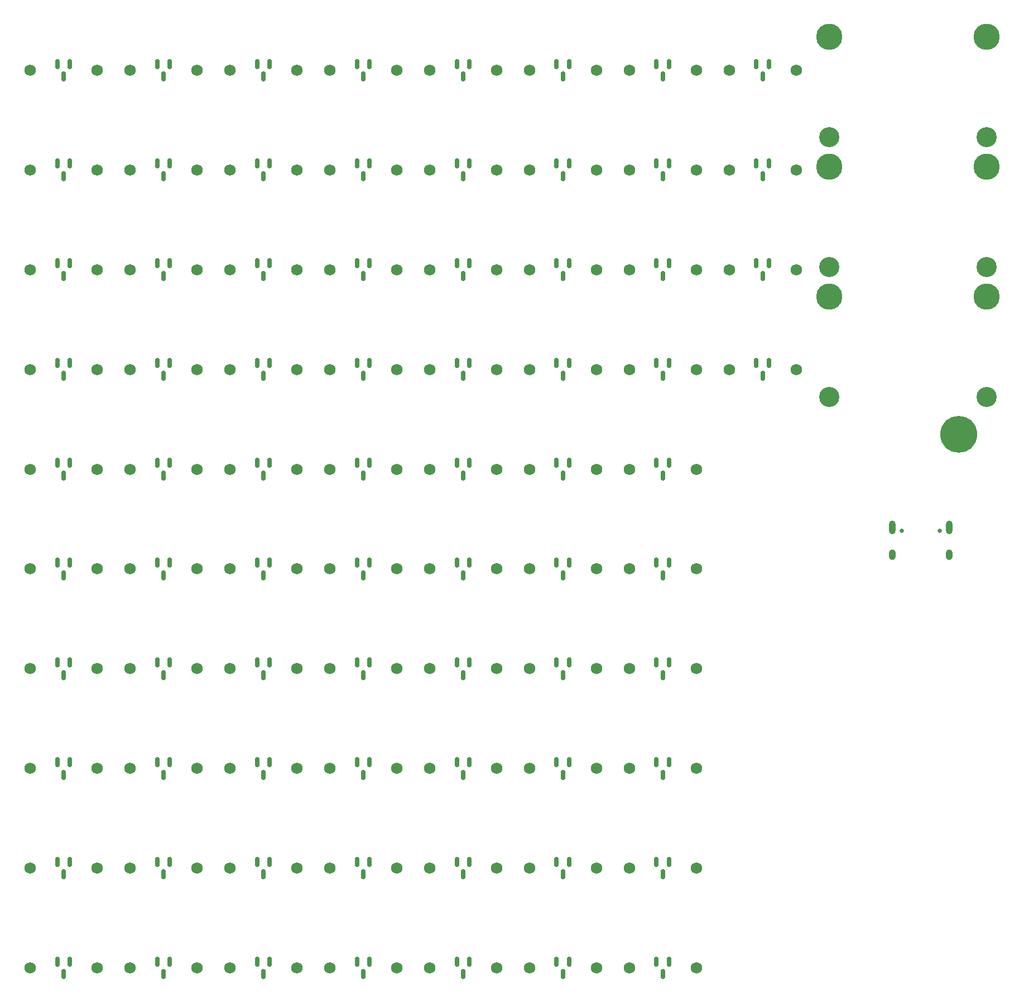
<source format=gbr>
%TF.GenerationSoftware,KiCad,Pcbnew,8.0.7*%
%TF.CreationDate,2024-12-29T17:24:51-05:00*%
%TF.ProjectId,HE75,48453735-2e6b-4696-9361-645f70636258,2.0.0*%
%TF.SameCoordinates,Original*%
%TF.FileFunction,Soldermask,Bot*%
%TF.FilePolarity,Negative*%
%FSLAX46Y46*%
G04 Gerber Fmt 4.6, Leading zero omitted, Abs format (unit mm)*
G04 Created by KiCad (PCBNEW 8.0.7) date 2024-12-29 17:24:51*
%MOMM*%
%LPD*%
G01*
G04 APERTURE LIST*
G04 Aperture macros list*
%AMRoundRect*
0 Rectangle with rounded corners*
0 $1 Rounding radius*
0 $2 $3 $4 $5 $6 $7 $8 $9 X,Y pos of 4 corners*
0 Add a 4 corners polygon primitive as box body*
4,1,4,$2,$3,$4,$5,$6,$7,$8,$9,$2,$3,0*
0 Add four circle primitives for the rounded corners*
1,1,$1+$1,$2,$3*
1,1,$1+$1,$4,$5*
1,1,$1+$1,$6,$7*
1,1,$1+$1,$8,$9*
0 Add four rect primitives between the rounded corners*
20,1,$1+$1,$2,$3,$4,$5,0*
20,1,$1+$1,$4,$5,$6,$7,0*
20,1,$1+$1,$6,$7,$8,$9,0*
20,1,$1+$1,$8,$9,$2,$3,0*%
G04 Aperture macros list end*
%ADD10C,1.750000*%
%ADD11RoundRect,0.150000X0.150000X-0.587500X0.150000X0.587500X-0.150000X0.587500X-0.150000X-0.587500X0*%
%ADD12C,3.987800*%
%ADD13C,3.048000*%
%ADD14C,0.650000*%
%ADD15O,1.000000X2.100000*%
%ADD16O,1.000000X1.600000*%
%ADD17C,3.600000*%
%ADD18C,5.600000*%
G04 APERTURE END LIST*
D10*
%TO.C,U82*%
X126212446Y112314971D03*
X136372446Y112314971D03*
D11*
X130342446Y113264971D03*
X131292446Y111364971D03*
X132242446Y113264971D03*
%TD*%
D10*
%TO.C,U81*%
X126212446Y127464971D03*
X136372446Y127464971D03*
D11*
X130342446Y128414971D03*
X131292446Y126514971D03*
X132242446Y128414971D03*
%TD*%
D10*
%TO.C,U80*%
X126212446Y142614971D03*
X136372446Y142614971D03*
D11*
X130342446Y143564971D03*
X131292446Y141664971D03*
X132242446Y143564971D03*
%TD*%
D10*
%TO.C,U79*%
X126212446Y157764971D03*
X136372446Y157764971D03*
D11*
X130342446Y158714971D03*
X131292446Y156814971D03*
X132242446Y158714971D03*
%TD*%
D10*
%TO.C,U78*%
X111062446Y21414971D03*
X121222446Y21414971D03*
D11*
X115192446Y22364971D03*
X116142446Y20464971D03*
X117092446Y22364971D03*
%TD*%
D10*
%TO.C,U77*%
X111062446Y36564971D03*
X121222446Y36564971D03*
D11*
X115192446Y37514971D03*
X116142446Y35614971D03*
X117092446Y37514971D03*
%TD*%
D10*
%TO.C,U76*%
X111062446Y51714971D03*
X121222446Y51714971D03*
D11*
X115192446Y52664971D03*
X116142446Y50764971D03*
X117092446Y52664971D03*
%TD*%
D10*
%TO.C,U75*%
X111062446Y66864971D03*
X121222446Y66864971D03*
D11*
X115192446Y67814971D03*
X116142446Y65914971D03*
X117092446Y67814971D03*
%TD*%
D10*
%TO.C,U74*%
X111062446Y82014971D03*
X121222446Y82014971D03*
D11*
X115192446Y82964971D03*
X116142446Y81064971D03*
X117092446Y82964971D03*
%TD*%
D10*
%TO.C,U73*%
X111062446Y97164971D03*
X121222446Y97164971D03*
D11*
X115192446Y98114971D03*
X116142446Y96214971D03*
X117092446Y98114971D03*
%TD*%
D10*
%TO.C,U72*%
X111062446Y112314971D03*
X121222446Y112314971D03*
D11*
X115192446Y113264971D03*
X116142446Y111364971D03*
X117092446Y113264971D03*
%TD*%
D10*
%TO.C,U71*%
X111062446Y127464971D03*
X121222446Y127464971D03*
D11*
X115192446Y128414971D03*
X116142446Y126514971D03*
X117092446Y128414971D03*
%TD*%
D10*
%TO.C,U70*%
X111062446Y142614971D03*
X121222446Y142614971D03*
D11*
X115192446Y143564971D03*
X116142446Y141664971D03*
X117092446Y143564971D03*
%TD*%
D10*
%TO.C,U69*%
X111062446Y157764971D03*
X121222446Y157764971D03*
D11*
X115192446Y158714971D03*
X116142446Y156814971D03*
X117092446Y158714971D03*
%TD*%
D10*
%TO.C,U68*%
X95912446Y21414971D03*
X106072446Y21414971D03*
D11*
X100042446Y22364971D03*
X100992446Y20464971D03*
X101942446Y22364971D03*
%TD*%
D10*
%TO.C,U67*%
X95912446Y36564971D03*
X106072446Y36564971D03*
D11*
X100042446Y37514971D03*
X100992446Y35614971D03*
X101942446Y37514971D03*
%TD*%
D10*
%TO.C,U66*%
X95912446Y51714971D03*
X106072446Y51714971D03*
D11*
X100042446Y52664971D03*
X100992446Y50764971D03*
X101942446Y52664971D03*
%TD*%
D10*
%TO.C,U65*%
X95912446Y66864971D03*
X106072446Y66864971D03*
D11*
X100042446Y67814971D03*
X100992446Y65914971D03*
X101942446Y67814971D03*
%TD*%
D10*
%TO.C,U64*%
X95912446Y82014971D03*
X106072446Y82014971D03*
D11*
X100042446Y82964971D03*
X100992446Y81064971D03*
X101942446Y82964971D03*
%TD*%
D10*
%TO.C,U63*%
X95912446Y97164971D03*
X106072446Y97164971D03*
D11*
X100042446Y98114971D03*
X100992446Y96214971D03*
X101942446Y98114971D03*
%TD*%
D10*
%TO.C,U62*%
X95912446Y112314971D03*
X106072446Y112314971D03*
D11*
X100042446Y113264971D03*
X100992446Y111364971D03*
X101942446Y113264971D03*
%TD*%
D10*
%TO.C,U61*%
X95912446Y127464971D03*
X106072446Y127464971D03*
D11*
X100042446Y128414971D03*
X100992446Y126514971D03*
X101942446Y128414971D03*
%TD*%
D10*
%TO.C,U60*%
X95912446Y142614971D03*
X106072446Y142614971D03*
D11*
X100042446Y143564971D03*
X100992446Y141664971D03*
X101942446Y143564971D03*
%TD*%
D10*
%TO.C,U59*%
X95912446Y157764971D03*
X106072446Y157764971D03*
D11*
X100042446Y158714971D03*
X100992446Y156814971D03*
X101942446Y158714971D03*
%TD*%
D10*
%TO.C,U58*%
X80762446Y21414971D03*
X90922446Y21414971D03*
D11*
X84892446Y22364971D03*
X85842446Y20464971D03*
X86792446Y22364971D03*
%TD*%
D10*
%TO.C,U57*%
X80762446Y36564971D03*
X90922446Y36564971D03*
D11*
X84892446Y37514971D03*
X85842446Y35614971D03*
X86792446Y37514971D03*
%TD*%
D10*
%TO.C,U56*%
X80762446Y51714971D03*
X90922446Y51714971D03*
D11*
X84892446Y52664971D03*
X85842446Y50764971D03*
X86792446Y52664971D03*
%TD*%
D10*
%TO.C,U55*%
X80762446Y66864971D03*
X90922446Y66864971D03*
D11*
X84892446Y67814971D03*
X85842446Y65914971D03*
X86792446Y67814971D03*
%TD*%
D10*
%TO.C,U54*%
X80762446Y82014971D03*
X90922446Y82014971D03*
D11*
X84892446Y82964971D03*
X85842446Y81064971D03*
X86792446Y82964971D03*
%TD*%
D10*
%TO.C,U53*%
X80762446Y97164971D03*
X90922446Y97164971D03*
D11*
X84892446Y98114971D03*
X85842446Y96214971D03*
X86792446Y98114971D03*
%TD*%
D10*
%TO.C,U52*%
X80762446Y112314971D03*
X90922446Y112314971D03*
D11*
X84892446Y113264971D03*
X85842446Y111364971D03*
X86792446Y113264971D03*
%TD*%
D10*
%TO.C,U51*%
X80762446Y127464971D03*
X90922446Y127464971D03*
D11*
X84892446Y128414971D03*
X85842446Y126514971D03*
X86792446Y128414971D03*
%TD*%
D10*
%TO.C,U50*%
X80762446Y142614971D03*
X90922446Y142614971D03*
D11*
X84892446Y143564971D03*
X85842446Y141664971D03*
X86792446Y143564971D03*
%TD*%
D10*
%TO.C,U49*%
X80762446Y157764971D03*
X90922446Y157764971D03*
D11*
X84892446Y158714971D03*
X85842446Y156814971D03*
X86792446Y158714971D03*
%TD*%
D10*
%TO.C,U48*%
X65612446Y21414971D03*
X75772446Y21414971D03*
D11*
X69742446Y22364971D03*
X70692446Y20464971D03*
X71642446Y22364971D03*
%TD*%
D10*
%TO.C,U47*%
X65612446Y36564971D03*
X75772446Y36564971D03*
D11*
X69742446Y37514971D03*
X70692446Y35614971D03*
X71642446Y37514971D03*
%TD*%
D10*
%TO.C,U46*%
X65612446Y51714971D03*
X75772446Y51714971D03*
D11*
X69742446Y52664971D03*
X70692446Y50764971D03*
X71642446Y52664971D03*
%TD*%
D10*
%TO.C,U45*%
X65612446Y66864971D03*
X75772446Y66864971D03*
D11*
X69742446Y67814971D03*
X70692446Y65914971D03*
X71642446Y67814971D03*
%TD*%
D10*
%TO.C,U44*%
X65612446Y82014971D03*
X75772446Y82014971D03*
D11*
X69742446Y82964971D03*
X70692446Y81064971D03*
X71642446Y82964971D03*
%TD*%
D10*
%TO.C,U43*%
X65612446Y97164971D03*
X75772446Y97164971D03*
D11*
X69742446Y98114971D03*
X70692446Y96214971D03*
X71642446Y98114971D03*
%TD*%
D10*
%TO.C,U42*%
X65612446Y112314971D03*
X75772446Y112314971D03*
D11*
X69742446Y113264971D03*
X70692446Y111364971D03*
X71642446Y113264971D03*
%TD*%
D10*
%TO.C,U41*%
X65612446Y127464971D03*
X75772446Y127464971D03*
D11*
X69742446Y128414971D03*
X70692446Y126514971D03*
X71642446Y128414971D03*
%TD*%
D10*
%TO.C,U40*%
X65612446Y142614971D03*
X75772446Y142614971D03*
D11*
X69742446Y143564971D03*
X70692446Y141664971D03*
X71642446Y143564971D03*
%TD*%
D10*
%TO.C,U39*%
X65612446Y157764971D03*
X75772446Y157764971D03*
D11*
X69742446Y158714971D03*
X70692446Y156814971D03*
X71642446Y158714971D03*
%TD*%
D10*
%TO.C,U38*%
X50462446Y21414971D03*
X60622446Y21414971D03*
D11*
X54592446Y22364971D03*
X55542446Y20464971D03*
X56492446Y22364971D03*
%TD*%
D10*
%TO.C,U37*%
X50462446Y36564971D03*
X60622446Y36564971D03*
D11*
X54592446Y37514971D03*
X55542446Y35614971D03*
X56492446Y37514971D03*
%TD*%
D10*
%TO.C,U36*%
X50462446Y51714971D03*
X60622446Y51714971D03*
D11*
X54592446Y52664971D03*
X55542446Y50764971D03*
X56492446Y52664971D03*
%TD*%
D10*
%TO.C,U35*%
X50462446Y66864971D03*
X60622446Y66864971D03*
D11*
X54592446Y67814971D03*
X55542446Y65914971D03*
X56492446Y67814971D03*
%TD*%
D10*
%TO.C,U34*%
X50462446Y82014971D03*
X60622446Y82014971D03*
D11*
X54592446Y82964971D03*
X55542446Y81064971D03*
X56492446Y82964971D03*
%TD*%
D10*
%TO.C,U33*%
X50462446Y97164971D03*
X60622446Y97164971D03*
D11*
X54592446Y98114971D03*
X55542446Y96214971D03*
X56492446Y98114971D03*
%TD*%
D10*
%TO.C,U32*%
X50462446Y112314971D03*
X60622446Y112314971D03*
D11*
X54592446Y113264971D03*
X55542446Y111364971D03*
X56492446Y113264971D03*
%TD*%
D10*
%TO.C,U31*%
X50462446Y127464971D03*
X60622446Y127464971D03*
D11*
X54592446Y128414971D03*
X55542446Y126514971D03*
X56492446Y128414971D03*
%TD*%
D10*
%TO.C,U30*%
X50462446Y142614971D03*
X60622446Y142614971D03*
D11*
X54592446Y143564971D03*
X55542446Y141664971D03*
X56492446Y143564971D03*
%TD*%
D10*
%TO.C,U29*%
X50462446Y157764971D03*
X60622446Y157764971D03*
D11*
X54592446Y158714971D03*
X55542446Y156814971D03*
X56492446Y158714971D03*
%TD*%
D10*
%TO.C,U28*%
X35312446Y21414971D03*
X45472446Y21414971D03*
D11*
X39442446Y22364971D03*
X40392446Y20464971D03*
X41342446Y22364971D03*
%TD*%
D10*
%TO.C,U27*%
X35312446Y36564971D03*
X45472446Y36564971D03*
D11*
X39442446Y37514971D03*
X40392446Y35614971D03*
X41342446Y37514971D03*
%TD*%
D10*
%TO.C,U26*%
X35312446Y51714971D03*
X45472446Y51714971D03*
D11*
X39442446Y52664971D03*
X40392446Y50764971D03*
X41342446Y52664971D03*
%TD*%
D10*
%TO.C,U25*%
X35312446Y66864971D03*
X45472446Y66864971D03*
D11*
X39442446Y67814971D03*
X40392446Y65914971D03*
X41342446Y67814971D03*
%TD*%
D10*
%TO.C,U24*%
X35312446Y82014971D03*
X45472446Y82014971D03*
D11*
X39442446Y82964971D03*
X40392446Y81064971D03*
X41342446Y82964971D03*
%TD*%
D10*
%TO.C,U23*%
X35312446Y97164971D03*
X45472446Y97164971D03*
D11*
X39442446Y98114971D03*
X40392446Y96214971D03*
X41342446Y98114971D03*
%TD*%
D10*
%TO.C,U22*%
X35312446Y112314971D03*
X45472446Y112314971D03*
D11*
X39442446Y113264971D03*
X40392446Y111364971D03*
X41342446Y113264971D03*
%TD*%
D10*
%TO.C,U21*%
X35312446Y127464971D03*
X45472446Y127464971D03*
D11*
X39442446Y128414971D03*
X40392446Y126514971D03*
X41342446Y128414971D03*
%TD*%
D10*
%TO.C,U20*%
X35312446Y142614971D03*
X45472446Y142614971D03*
D11*
X39442446Y143564971D03*
X40392446Y141664971D03*
X41342446Y143564971D03*
%TD*%
D10*
%TO.C,U19*%
X35312446Y157764971D03*
X45472446Y157764971D03*
D11*
X39442446Y158714971D03*
X40392446Y156814971D03*
X41342446Y158714971D03*
%TD*%
D10*
%TO.C,U18*%
X20162446Y21414971D03*
X30322446Y21414971D03*
D11*
X24292446Y22364971D03*
X25242446Y20464971D03*
X26192446Y22364971D03*
%TD*%
D10*
%TO.C,U17*%
X20162446Y36564971D03*
X30322446Y36564971D03*
D11*
X24292446Y37514971D03*
X25242446Y35614971D03*
X26192446Y37514971D03*
%TD*%
D10*
%TO.C,U16*%
X20162446Y51714971D03*
X30322446Y51714971D03*
D11*
X24292446Y52664971D03*
X25242446Y50764971D03*
X26192446Y52664971D03*
%TD*%
D10*
%TO.C,U15*%
X20162446Y66864971D03*
X30322446Y66864971D03*
D11*
X24292446Y67814971D03*
X25242446Y65914971D03*
X26192446Y67814971D03*
%TD*%
D10*
%TO.C,U14*%
X20162446Y82014971D03*
X30322446Y82014971D03*
D11*
X24292446Y82964971D03*
X25242446Y81064971D03*
X26192446Y82964971D03*
%TD*%
D10*
%TO.C,U13*%
X20162446Y97164971D03*
X30322446Y97164971D03*
D11*
X24292446Y98114971D03*
X25242446Y96214971D03*
X26192446Y98114971D03*
%TD*%
D10*
%TO.C,U12*%
X20162446Y112314971D03*
X30322446Y112314971D03*
D11*
X24292446Y113264971D03*
X25242446Y111364971D03*
X26192446Y113264971D03*
%TD*%
D10*
%TO.C,U11*%
X20162446Y127464971D03*
X30322446Y127464971D03*
D11*
X24292446Y128414971D03*
X25242446Y126514971D03*
X26192446Y128414971D03*
%TD*%
D10*
%TO.C,U10*%
X20162446Y142614971D03*
X30322446Y142614971D03*
D11*
X24292446Y143564971D03*
X25242446Y141664971D03*
X26192446Y143564971D03*
%TD*%
D10*
%TO.C,U9*%
X20162446Y157764971D03*
X30322446Y157764971D03*
D11*
X24292446Y158714971D03*
X25242446Y156814971D03*
X26192446Y158714971D03*
%TD*%
D12*
%TO.C,Stabilizer3*%
X141361346Y123330271D03*
D13*
X141361346Y108090271D03*
D12*
X165237346Y123330271D03*
D13*
X165237346Y108090271D03*
%TD*%
D12*
%TO.C,Stabilizer2*%
X141361346Y143088171D03*
D13*
X141361346Y127848171D03*
D12*
X165237346Y143088171D03*
D13*
X165237346Y127848171D03*
%TD*%
D12*
%TO.C,Stabilizer1*%
X141361346Y162846071D03*
D13*
X141361346Y147606071D03*
D12*
X165237346Y162846071D03*
D13*
X165237346Y147606071D03*
%TD*%
D14*
%TO.C,J1*%
X152372446Y87814971D03*
X158152446Y87814971D03*
D15*
X150942446Y88344971D03*
D16*
X150942446Y84164971D03*
D15*
X159582446Y88344971D03*
D16*
X159582446Y84164971D03*
%TD*%
D17*
%TO.C,H1*%
X161012446Y102494971D03*
D18*
X161012446Y102494971D03*
%TD*%
M02*

</source>
